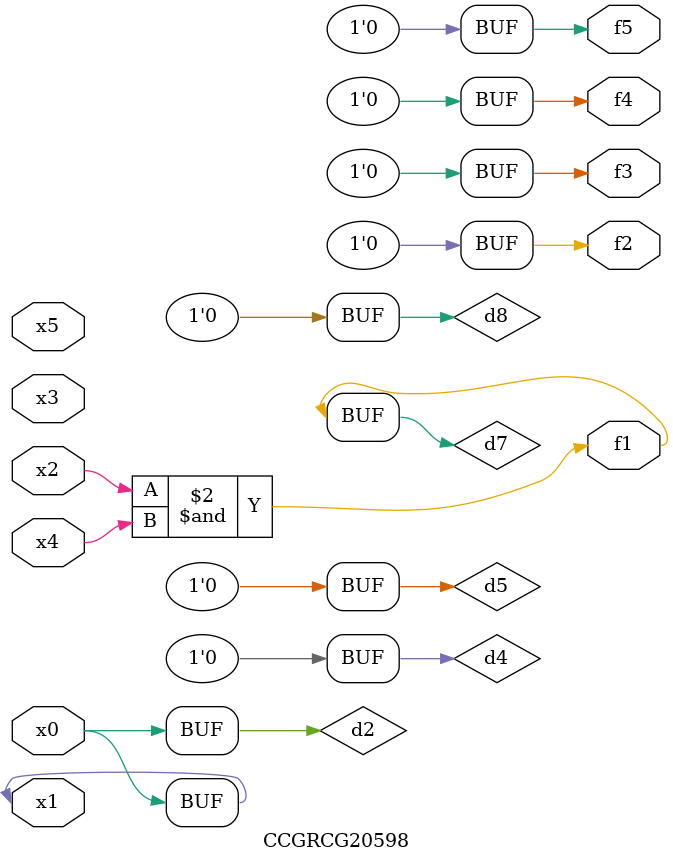
<source format=v>
module CCGRCG20598(
	input x0, x1, x2, x3, x4, x5,
	output f1, f2, f3, f4, f5
);

	wire d1, d2, d3, d4, d5, d6, d7, d8, d9;

	nand (d1, x1);
	buf (d2, x0, x1);
	nand (d3, x2, x4);
	and (d4, d1, d2);
	and (d5, d1, d2);
	nand (d6, d1, d3);
	not (d7, d3);
	xor (d8, d5);
	nor (d9, d5, d6);
	assign f1 = d7;
	assign f2 = d8;
	assign f3 = d8;
	assign f4 = d8;
	assign f5 = d8;
endmodule

</source>
